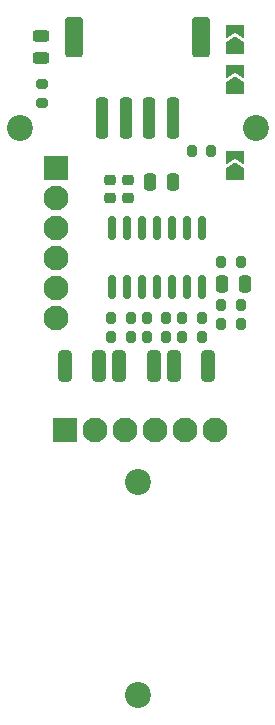
<source format=gbr>
%TF.GenerationSoftware,KiCad,Pcbnew,(6.0.6-0)*%
%TF.CreationDate,2023-05-31T20:28:53-07:00*%
%TF.ProjectId,HCT20,48435432-302e-46b6-9963-61645f706362,rev?*%
%TF.SameCoordinates,Original*%
%TF.FileFunction,Soldermask,Top*%
%TF.FilePolarity,Negative*%
%FSLAX46Y46*%
G04 Gerber Fmt 4.6, Leading zero omitted, Abs format (unit mm)*
G04 Created by KiCad (PCBNEW (6.0.6-0)) date 2023-05-31 20:28:53*
%MOMM*%
%LPD*%
G01*
G04 APERTURE LIST*
G04 Aperture macros list*
%AMRoundRect*
0 Rectangle with rounded corners*
0 $1 Rounding radius*
0 $2 $3 $4 $5 $6 $7 $8 $9 X,Y pos of 4 corners*
0 Add a 4 corners polygon primitive as box body*
4,1,4,$2,$3,$4,$5,$6,$7,$8,$9,$2,$3,0*
0 Add four circle primitives for the rounded corners*
1,1,$1+$1,$2,$3*
1,1,$1+$1,$4,$5*
1,1,$1+$1,$6,$7*
1,1,$1+$1,$8,$9*
0 Add four rect primitives between the rounded corners*
20,1,$1+$1,$2,$3,$4,$5,0*
20,1,$1+$1,$4,$5,$6,$7,0*
20,1,$1+$1,$6,$7,$8,$9,0*
20,1,$1+$1,$8,$9,$2,$3,0*%
%AMFreePoly0*
4,1,6,1.000000,0.000000,0.500000,-0.750000,-0.500000,-0.750000,-0.500000,0.750000,0.500000,0.750000,1.000000,0.000000,1.000000,0.000000,$1*%
%AMFreePoly1*
4,1,6,0.500000,-0.750000,-0.650000,-0.750000,-0.150000,0.000000,-0.650000,0.750000,0.500000,0.750000,0.500000,-0.750000,0.500000,-0.750000,$1*%
G04 Aperture macros list end*
%ADD10C,2.200000*%
%ADD11RoundRect,0.250000X0.250000X1.500000X-0.250000X1.500000X-0.250000X-1.500000X0.250000X-1.500000X0*%
%ADD12RoundRect,0.250001X0.499999X1.449999X-0.499999X1.449999X-0.499999X-1.449999X0.499999X-1.449999X0*%
%ADD13RoundRect,0.200000X0.200000X0.275000X-0.200000X0.275000X-0.200000X-0.275000X0.200000X-0.275000X0*%
%ADD14RoundRect,0.243750X-0.456250X0.243750X-0.456250X-0.243750X0.456250X-0.243750X0.456250X0.243750X0*%
%ADD15FreePoly0,90.000000*%
%ADD16FreePoly1,90.000000*%
%ADD17R,2.100000X2.100000*%
%ADD18C,2.100000*%
%ADD19RoundRect,0.225000X-0.250000X0.225000X-0.250000X-0.225000X0.250000X-0.225000X0.250000X0.225000X0*%
%ADD20RoundRect,0.250000X-0.312500X-1.075000X0.312500X-1.075000X0.312500X1.075000X-0.312500X1.075000X0*%
%ADD21RoundRect,0.250000X0.250000X0.475000X-0.250000X0.475000X-0.250000X-0.475000X0.250000X-0.475000X0*%
%ADD22RoundRect,0.200000X0.275000X-0.200000X0.275000X0.200000X-0.275000X0.200000X-0.275000X-0.200000X0*%
%ADD23RoundRect,0.200000X-0.200000X-0.275000X0.200000X-0.275000X0.200000X0.275000X-0.200000X0.275000X0*%
%ADD24RoundRect,0.250000X-0.250000X-0.475000X0.250000X-0.475000X0.250000X0.475000X-0.250000X0.475000X0*%
%ADD25RoundRect,0.150000X0.150000X-0.825000X0.150000X0.825000X-0.150000X0.825000X-0.150000X-0.825000X0*%
G04 APERTURE END LIST*
D10*
%TO.C,REF\u002A\u002A*%
X110000000Y-118000000D03*
%TD*%
D11*
%TO.C,J3*%
X113000000Y-69200000D03*
X111000000Y-69200000D03*
X109000000Y-69200000D03*
X107000000Y-69200000D03*
D12*
X115350000Y-62300000D03*
X104650000Y-62300000D03*
%TD*%
D10*
%TO.C,REF\u002A\u002A*%
X120000000Y-70000000D03*
%TD*%
D13*
%TO.C,R4*%
X109425000Y-86100000D03*
X107775000Y-86100000D03*
%TD*%
D10*
%TO.C,REF\u002A\u002A*%
X110000000Y-100000000D03*
%TD*%
D14*
%TO.C,D1*%
X101840000Y-62202500D03*
X101840000Y-64077500D03*
%TD*%
D15*
%TO.C,JP4*%
X118200000Y-63250000D03*
D16*
X118200000Y-61800000D03*
%TD*%
D17*
%TO.C,J1*%
X103840000Y-95550000D03*
D18*
X106380000Y-95550000D03*
X108920000Y-95550000D03*
X111460000Y-95550000D03*
X114000000Y-95550000D03*
X116540000Y-95550000D03*
%TD*%
D19*
%TO.C,C8*%
X109200000Y-74425000D03*
X109200000Y-75975000D03*
%TD*%
D13*
%TO.C,R12*%
X116225000Y-72000000D03*
X114575000Y-72000000D03*
%TD*%
D20*
%TO.C,R8*%
X103837500Y-90200000D03*
X106762500Y-90200000D03*
%TD*%
D10*
%TO.C,REF\u002A\u002A*%
X100000000Y-70000000D03*
%TD*%
D21*
%TO.C,C9*%
X119050000Y-83200000D03*
X117150000Y-83200000D03*
%TD*%
D15*
%TO.C,JP5*%
X118200000Y-66625000D03*
D16*
X118200000Y-65175000D03*
%TD*%
D15*
%TO.C,JP6*%
X118200000Y-73925000D03*
D16*
X118200000Y-72475000D03*
%TD*%
D22*
%TO.C,R11*%
X101900000Y-67925000D03*
X101900000Y-66275000D03*
%TD*%
D17*
%TO.C,J2*%
X103100000Y-73400000D03*
D18*
X103100000Y-75940000D03*
X103100000Y-78480000D03*
X103100000Y-81020000D03*
X103100000Y-83560000D03*
X103100000Y-86100000D03*
%TD*%
D23*
%TO.C,R13*%
X107775000Y-87700000D03*
X109425000Y-87700000D03*
%TD*%
D19*
%TO.C,C1*%
X107700000Y-74425000D03*
X107700000Y-75975000D03*
%TD*%
D20*
%TO.C,R10*%
X113037500Y-90200000D03*
X115962500Y-90200000D03*
%TD*%
%TO.C,R9*%
X108437500Y-90200000D03*
X111362500Y-90200000D03*
%TD*%
D23*
%TO.C,R15*%
X113775000Y-87700000D03*
X115425000Y-87700000D03*
%TD*%
%TO.C,R7*%
X117075000Y-86600000D03*
X118725000Y-86600000D03*
%TD*%
D13*
%TO.C,R5*%
X112425000Y-86100000D03*
X110775000Y-86100000D03*
%TD*%
%TO.C,R2*%
X118725000Y-85000000D03*
X117075000Y-85000000D03*
%TD*%
D24*
%TO.C,C3*%
X111050000Y-74600000D03*
X112950000Y-74600000D03*
%TD*%
D13*
%TO.C,R6*%
X115425000Y-86100000D03*
X113775000Y-86100000D03*
%TD*%
D23*
%TO.C,R1*%
X117075000Y-81400000D03*
X118725000Y-81400000D03*
%TD*%
%TO.C,R14*%
X110775000Y-87700000D03*
X112425000Y-87700000D03*
%TD*%
D25*
%TO.C,U1*%
X107790000Y-83475000D03*
X109060000Y-83475000D03*
X110330000Y-83475000D03*
X111600000Y-83475000D03*
X112870000Y-83475000D03*
X114140000Y-83475000D03*
X115410000Y-83475000D03*
X115410000Y-78525000D03*
X114140000Y-78525000D03*
X112870000Y-78525000D03*
X111600000Y-78525000D03*
X110330000Y-78525000D03*
X109060000Y-78525000D03*
X107790000Y-78525000D03*
%TD*%
M02*

</source>
